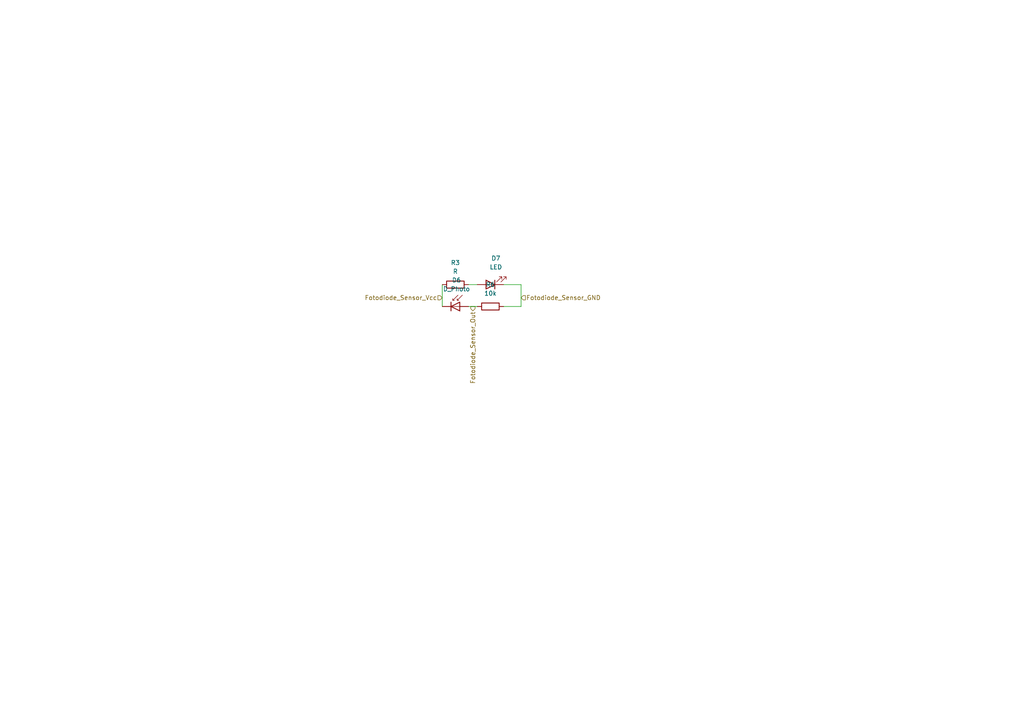
<source format=kicad_sch>
(kicad_sch (version 20231120) (generator "eeschema") (generator_version "8.0")
  (paper "A4")
  (lib_symbols
    (symbol "Device:D_Photo" (pin_numbers hide) (pin_names hide)
      (property "Reference" "D" (at 0.508 1.778 0))
      (property "Value" "D_Photo" (at -1.016 -2.794 0))
      (symbol "D_Photo_0_1"
        (polyline (pts (xy -2.54 1.27) (xy -2.54 -1.27)) (stroke (width 0.254)))
        (polyline (pts (xy -2.032 1.778) (xy -1.524 1.778)))
        (polyline (pts (xy 0 0) (xy -2.54 0)))
        (polyline (pts (xy -0.508 3.302) (xy -2.032 1.778) (xy -2.032 2.286)))
        (polyline (pts (xy 0 -1.27) (xy 0 1.27) (xy -2.54 0) (xy 0 -1.27)) (stroke (width 0.254)))
        (polyline (pts (xy 0.762 3.302) (xy -0.762 1.778) (xy -0.762 2.286) (xy -0.762 1.778) (xy -0.254 1.778)))
      )
      (symbol "D_Photo_1_1"
        (pin passive line (at -5.08 0 0) (length 2.54) (name "K") (number "1"))
        (pin passive line (at 2.54 0 180) (length 2.54) (name "A") (number "2"))
      )
    )
    (symbol "Device:LED" (pin_numbers hide) (pin_names (offset 1.016) hide)
      (property "Reference" "D" (at 0 2.54 0))
      (property "Value" "LED" (at 0 -2.54 0))
      (symbol "LED_0_1"
        (polyline (pts (xy -1.27 -1.27) (xy -1.27 1.27)) (stroke (width 0.254)))
        (polyline (pts (xy -1.27 0) (xy 1.27 0)))
        (polyline (pts (xy 1.27 -1.27) (xy 1.27 1.27) (xy -1.27 0) (xy 1.27 -1.27)) (stroke (width 0.254)))
        (polyline (pts (xy -3.048 -0.762) (xy -4.572 -2.286) (xy -3.81 -2.286) (xy -4.572 -2.286) (xy -4.572 -1.524)))
        (polyline (pts (xy -1.778 -0.762) (xy -3.302 -2.286) (xy -2.54 -2.286) (xy -3.302 -2.286) (xy -3.302 -1.524)))
      )
      (symbol "LED_1_1"
        (pin passive line (at -3.81 0 0) (length 2.54) (name "K") (number "1"))
        (pin passive line (at 3.81 0 180) (length 2.54) (name "A") (number "2"))
      )
    )
    (symbol "Device:R" (pin_numbers hide) (pin_names (offset 0))
      (property "Reference" "R" (at 2.032 0 90))
      (property "Value" "R" (at 0 0 90))
      (symbol "R_0_1"
        (rectangle (start -1.016 -2.54) (end 1.016 2.54) (stroke (width 0.254)))
      )
      (symbol "R_1_1"
        (pin passive line (at 0 3.81 270) (length 1.27) (name "~") (number "1"))
        (pin passive line (at 0 -3.81 90) (length 1.27) (name "~") (number "2"))
      )
    )
  )
  (wire (pts (xy 146.05 88.9) (xy 151.13 88.9)))
  (wire (pts (xy 146.05 82.55) (xy 151.13 82.55)))
  (wire (pts (xy 135.89 82.55) (xy 138.43 82.55)))
  (wire (pts (xy 151.13 82.55) (xy 151.13 88.9)))
  (wire (pts (xy 135.89 88.9) (xy 138.43 88.9)))
  (wire (pts (xy 128.27 82.55) (xy 128.27 88.9)))
  (hierarchical_label "Fotodiode_Sensor_Out" (shape output) (at 137.16 88.9 270))
  (hierarchical_label "Fotodiode_Sensor_Vcc" (shape input) (at 128.27 86.36 180))
  (hierarchical_label "Fotodiode_Sensor_GND" (shape input) (at 151.13 86.36 0))
  (symbol (lib_id "Device:LED") (at 142.24 82.55 180) (unit 1)
    (property "Reference" "D7" (at 143.8275 74.93 0))
    (property "Value" "LED" (at 143.8275 77.47 0))
    (property "Footprint" "LED_SMD:LED_PLCC_2835_Handsoldering" (effects (hide yes)))
    (property "Description" "Light emitting diode" (effects (hide yes)))
  )
  (symbol (lib_id "Device:R") (at 142.24 88.9 90) (unit 1)
    (property "Reference" "R6" (at 142.24 82.55 90))
    (property "Value" "10k" (at 142.24 85.09 90))
    (property "Footprint" "Resistor_SMD:R_0805_2012Metric_Pad1.20x1.40mm_HandSolder" (effects (hide yes)))
    (property "Description" "Resistor" (effects (hide yes)))
  )
  (symbol (lib_id "Device:D_Photo") (at 133.35 88.9 0) (unit 1)
    (property "Reference" "D6" (at 132.3975 81.28 0))
    (property "Value" "D_Photo" (at 132.3975 83.82 0))
    (property "Footprint" "LED_THT:LED_D3.0mm" (effects (hide yes)))
    (property "Description" "Photodiode" (effects (hide yes)))
  )
  (symbol (lib_id "Device:R") (at 132.08 82.55 90) (unit 1)
    (property "Reference" "R3" (at 132.08 76.2 90))
    (property "Value" "R" (at 132.08 78.74 90))
    (property "Footprint" "Resistor_SMD:R_1206_3216Metric" (effects (hide yes)))
    (property "Description" "Resistor" (effects (hide yes)))
  )
)
</source>
